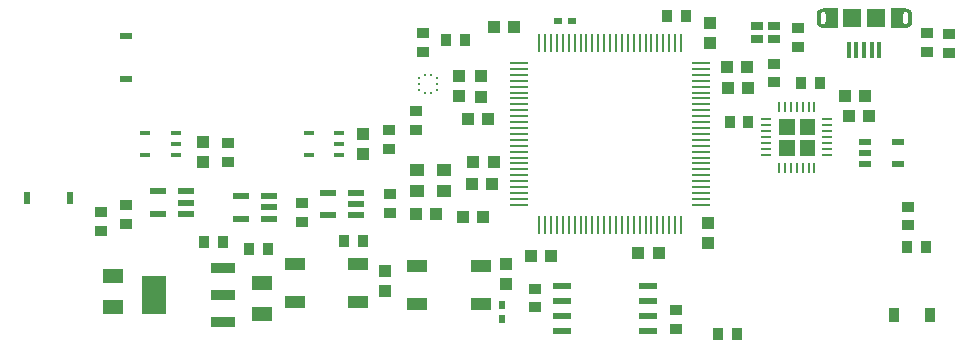
<source format=gbr>
%TF.GenerationSoftware,KiCad,Pcbnew,(6.0.10)*%
%TF.CreationDate,2023-02-02T13:34:45-07:00*%
%TF.ProjectId,Flight-Computer-Lite,466c6967-6874-42d4-936f-6d7075746572,rev?*%
%TF.SameCoordinates,Original*%
%TF.FileFunction,Paste,Top*%
%TF.FilePolarity,Positive*%
%FSLAX46Y46*%
G04 Gerber Fmt 4.6, Leading zero omitted, Abs format (unit mm)*
G04 Created by KiCad (PCBNEW (6.0.10)) date 2023-02-02 13:34:45*
%MOMM*%
%LPD*%
G01*
G04 APERTURE LIST*
%ADD10C,0.000100*%
%ADD11C,0.010000*%
%ADD12R,0.965200X1.295400*%
%ADD13R,1.700000X0.990600*%
%ADD14R,0.952500X0.406400*%
%ADD15R,1.100000X1.000000*%
%ADD16R,1.020000X0.940000*%
%ADD17R,1.000000X0.800000*%
%ADD18R,0.609600X0.685800*%
%ADD19R,1.041400X0.584200*%
%ADD20R,1.778000X1.270000*%
%ADD21R,1.300000X1.100000*%
%ADD22R,1.000000X1.100000*%
%ADD23R,0.584200X1.041400*%
%ADD24R,0.685800X0.609600*%
%ADD25R,0.940000X1.020000*%
%ADD26R,1.524000X0.558800*%
%ADD27R,0.400000X1.350000*%
%ADD28R,1.500000X1.550000*%
%ADD29R,0.900000X0.254000*%
%ADD30R,0.254000X0.900000*%
%ADD31R,0.979300X0.558800*%
%ADD32R,1.560000X0.280000*%
%ADD33R,0.280000X1.560000*%
%ADD34R,1.320800X0.558800*%
%ADD35R,2.150000X0.950000*%
%ADD36R,2.150000X3.250000*%
%ADD37R,0.250000X0.275000*%
%ADD38R,0.275000X0.250000*%
G04 APERTURE END LIST*
D10*
%TO.C,P3*%
X226232600Y-83104700D02*
X226232600Y-82934700D01*
X219232600Y-81564700D02*
X219232600Y-81734700D01*
G36*
X226258600Y-81560700D02*
G01*
X226284600Y-81562700D01*
X226310600Y-81565700D01*
X226336600Y-81570700D01*
X226361600Y-81576700D01*
X226387600Y-81583700D01*
X226411600Y-81592700D01*
X226435600Y-81602700D01*
X226459600Y-81613700D01*
X226482600Y-81626700D01*
X226526600Y-81654700D01*
X226547600Y-81670700D01*
X226567600Y-81687700D01*
X226586600Y-81705700D01*
X226604600Y-81724700D01*
X226621600Y-81744700D01*
X226637600Y-81765700D01*
X226665600Y-81809700D01*
X226678600Y-81832700D01*
X226689600Y-81856700D01*
X226699600Y-81880700D01*
X226708600Y-81904700D01*
X226715600Y-81930700D01*
X226721600Y-81955700D01*
X226726600Y-81981700D01*
X226729600Y-82007700D01*
X226731600Y-82033700D01*
X226732600Y-82059700D01*
X226732600Y-82609700D01*
X226731600Y-82635700D01*
X226729600Y-82661700D01*
X226726600Y-82687700D01*
X226721600Y-82713700D01*
X226715600Y-82738700D01*
X226708600Y-82764700D01*
X226699600Y-82788700D01*
X226689600Y-82812700D01*
X226678600Y-82836700D01*
X226665600Y-82859700D01*
X226637600Y-82903700D01*
X226621600Y-82924700D01*
X226604600Y-82944700D01*
X226586600Y-82963700D01*
X226567600Y-82981700D01*
X226547600Y-82998700D01*
X226526600Y-83014700D01*
X226482600Y-83042700D01*
X226459600Y-83055700D01*
X226435600Y-83066700D01*
X226411600Y-83076700D01*
X226387600Y-83085700D01*
X226361600Y-83092700D01*
X226336600Y-83098700D01*
X226310600Y-83103700D01*
X226284600Y-83106700D01*
X226258600Y-83108700D01*
X226232600Y-83109700D01*
X226232600Y-82909700D01*
X226245600Y-82909700D01*
X226258600Y-82908700D01*
X226284600Y-82904700D01*
X226297600Y-82900700D01*
X226309600Y-82897700D01*
X226322600Y-82892700D01*
X226334600Y-82887700D01*
X226345600Y-82882700D01*
X226357600Y-82876700D01*
X226368600Y-82869700D01*
X226379600Y-82861700D01*
X226399600Y-82845700D01*
X226409600Y-82836700D01*
X226418600Y-82826700D01*
X226434600Y-82806700D01*
X226442600Y-82795700D01*
X226449600Y-82784700D01*
X226455600Y-82772700D01*
X226460600Y-82761700D01*
X226465600Y-82749700D01*
X226470600Y-82736700D01*
X226473600Y-82724700D01*
X226477600Y-82711700D01*
X226481600Y-82685700D01*
X226482600Y-82672700D01*
X226482600Y-81996700D01*
X226481600Y-81983700D01*
X226477600Y-81957700D01*
X226473600Y-81944700D01*
X226470600Y-81932700D01*
X226465600Y-81919700D01*
X226460600Y-81907700D01*
X226455600Y-81896700D01*
X226449600Y-81884700D01*
X226442600Y-81873700D01*
X226434600Y-81862700D01*
X226418600Y-81842700D01*
X226409600Y-81832700D01*
X226399600Y-81823700D01*
X226379600Y-81807700D01*
X226368600Y-81799700D01*
X226357600Y-81792700D01*
X226345600Y-81786700D01*
X226334600Y-81781700D01*
X226322600Y-81776700D01*
X226309600Y-81771700D01*
X226297600Y-81768700D01*
X226284600Y-81764700D01*
X226258600Y-81760700D01*
X226245600Y-81759700D01*
X226232600Y-81759700D01*
X226232600Y-81559700D01*
X226258600Y-81560700D01*
G37*
X226258600Y-81560700D02*
X226284600Y-81562700D01*
X226310600Y-81565700D01*
X226336600Y-81570700D01*
X226361600Y-81576700D01*
X226387600Y-81583700D01*
X226411600Y-81592700D01*
X226435600Y-81602700D01*
X226459600Y-81613700D01*
X226482600Y-81626700D01*
X226526600Y-81654700D01*
X226547600Y-81670700D01*
X226567600Y-81687700D01*
X226586600Y-81705700D01*
X226604600Y-81724700D01*
X226621600Y-81744700D01*
X226637600Y-81765700D01*
X226665600Y-81809700D01*
X226678600Y-81832700D01*
X226689600Y-81856700D01*
X226699600Y-81880700D01*
X226708600Y-81904700D01*
X226715600Y-81930700D01*
X226721600Y-81955700D01*
X226726600Y-81981700D01*
X226729600Y-82007700D01*
X226731600Y-82033700D01*
X226732600Y-82059700D01*
X226732600Y-82609700D01*
X226731600Y-82635700D01*
X226729600Y-82661700D01*
X226726600Y-82687700D01*
X226721600Y-82713700D01*
X226715600Y-82738700D01*
X226708600Y-82764700D01*
X226699600Y-82788700D01*
X226689600Y-82812700D01*
X226678600Y-82836700D01*
X226665600Y-82859700D01*
X226637600Y-82903700D01*
X226621600Y-82924700D01*
X226604600Y-82944700D01*
X226586600Y-82963700D01*
X226567600Y-82981700D01*
X226547600Y-82998700D01*
X226526600Y-83014700D01*
X226482600Y-83042700D01*
X226459600Y-83055700D01*
X226435600Y-83066700D01*
X226411600Y-83076700D01*
X226387600Y-83085700D01*
X226361600Y-83092700D01*
X226336600Y-83098700D01*
X226310600Y-83103700D01*
X226284600Y-83106700D01*
X226258600Y-83108700D01*
X226232600Y-83109700D01*
X226232600Y-82909700D01*
X226245600Y-82909700D01*
X226258600Y-82908700D01*
X226284600Y-82904700D01*
X226297600Y-82900700D01*
X226309600Y-82897700D01*
X226322600Y-82892700D01*
X226334600Y-82887700D01*
X226345600Y-82882700D01*
X226357600Y-82876700D01*
X226368600Y-82869700D01*
X226379600Y-82861700D01*
X226399600Y-82845700D01*
X226409600Y-82836700D01*
X226418600Y-82826700D01*
X226434600Y-82806700D01*
X226442600Y-82795700D01*
X226449600Y-82784700D01*
X226455600Y-82772700D01*
X226460600Y-82761700D01*
X226465600Y-82749700D01*
X226470600Y-82736700D01*
X226473600Y-82724700D01*
X226477600Y-82711700D01*
X226481600Y-82685700D01*
X226482600Y-82672700D01*
X226482600Y-81996700D01*
X226481600Y-81983700D01*
X226477600Y-81957700D01*
X226473600Y-81944700D01*
X226470600Y-81932700D01*
X226465600Y-81919700D01*
X226460600Y-81907700D01*
X226455600Y-81896700D01*
X226449600Y-81884700D01*
X226442600Y-81873700D01*
X226434600Y-81862700D01*
X226418600Y-81842700D01*
X226409600Y-81832700D01*
X226399600Y-81823700D01*
X226379600Y-81807700D01*
X226368600Y-81799700D01*
X226357600Y-81792700D01*
X226345600Y-81786700D01*
X226334600Y-81781700D01*
X226322600Y-81776700D01*
X226309600Y-81771700D01*
X226297600Y-81768700D01*
X226284600Y-81764700D01*
X226258600Y-81760700D01*
X226245600Y-81759700D01*
X226232600Y-81759700D01*
X226232600Y-81559700D01*
X226258600Y-81560700D01*
G36*
X226232600Y-81759700D02*
G01*
X226219600Y-81759700D01*
X226206600Y-81760700D01*
X226180600Y-81764700D01*
X226167600Y-81768700D01*
X226155600Y-81771700D01*
X226142600Y-81776700D01*
X226130600Y-81781700D01*
X226119600Y-81786700D01*
X226107600Y-81792700D01*
X226096600Y-81799700D01*
X226085600Y-81807700D01*
X226065600Y-81823700D01*
X226055600Y-81832700D01*
X226046600Y-81842700D01*
X226030600Y-81862700D01*
X226022600Y-81873700D01*
X226015600Y-81884700D01*
X226009600Y-81896700D01*
X226004600Y-81907700D01*
X225999600Y-81919700D01*
X225994600Y-81932700D01*
X225991600Y-81944700D01*
X225987600Y-81957700D01*
X225983600Y-81983700D01*
X225982600Y-81996700D01*
X225982600Y-82672700D01*
X225983600Y-82685700D01*
X225987600Y-82711700D01*
X225991600Y-82724700D01*
X225994600Y-82736700D01*
X225999600Y-82749700D01*
X226004600Y-82761700D01*
X226009600Y-82772700D01*
X226015600Y-82784700D01*
X226022600Y-82795700D01*
X226030600Y-82806700D01*
X226046600Y-82826700D01*
X226055600Y-82836700D01*
X226065600Y-82845700D01*
X226085600Y-82861700D01*
X226096600Y-82869700D01*
X226107600Y-82876700D01*
X226119600Y-82882700D01*
X226130600Y-82887700D01*
X226142600Y-82892700D01*
X226155600Y-82897700D01*
X226167600Y-82900700D01*
X226180600Y-82904700D01*
X226206600Y-82908700D01*
X226219600Y-82909700D01*
X226232600Y-82909700D01*
X226232600Y-83109700D01*
X225032600Y-83109700D01*
X225032600Y-81559700D01*
X226232600Y-81559700D01*
X226232600Y-81759700D01*
G37*
X226232600Y-81759700D02*
X226219600Y-81759700D01*
X226206600Y-81760700D01*
X226180600Y-81764700D01*
X226167600Y-81768700D01*
X226155600Y-81771700D01*
X226142600Y-81776700D01*
X226130600Y-81781700D01*
X226119600Y-81786700D01*
X226107600Y-81792700D01*
X226096600Y-81799700D01*
X226085600Y-81807700D01*
X226065600Y-81823700D01*
X226055600Y-81832700D01*
X226046600Y-81842700D01*
X226030600Y-81862700D01*
X226022600Y-81873700D01*
X226015600Y-81884700D01*
X226009600Y-81896700D01*
X226004600Y-81907700D01*
X225999600Y-81919700D01*
X225994600Y-81932700D01*
X225991600Y-81944700D01*
X225987600Y-81957700D01*
X225983600Y-81983700D01*
X225982600Y-81996700D01*
X225982600Y-82672700D01*
X225983600Y-82685700D01*
X225987600Y-82711700D01*
X225991600Y-82724700D01*
X225994600Y-82736700D01*
X225999600Y-82749700D01*
X226004600Y-82761700D01*
X226009600Y-82772700D01*
X226015600Y-82784700D01*
X226022600Y-82795700D01*
X226030600Y-82806700D01*
X226046600Y-82826700D01*
X226055600Y-82836700D01*
X226065600Y-82845700D01*
X226085600Y-82861700D01*
X226096600Y-82869700D01*
X226107600Y-82876700D01*
X226119600Y-82882700D01*
X226130600Y-82887700D01*
X226142600Y-82892700D01*
X226155600Y-82897700D01*
X226167600Y-82900700D01*
X226180600Y-82904700D01*
X226206600Y-82908700D01*
X226219600Y-82909700D01*
X226232600Y-82909700D01*
X226232600Y-83109700D01*
X225032600Y-83109700D01*
X225032600Y-81559700D01*
X226232600Y-81559700D01*
X226232600Y-81759700D01*
G36*
X219232600Y-81759700D02*
G01*
X219219600Y-81759700D01*
X219206600Y-81760700D01*
X219180600Y-81764700D01*
X219167600Y-81768700D01*
X219155600Y-81771700D01*
X219142600Y-81776700D01*
X219130600Y-81781700D01*
X219119600Y-81786700D01*
X219107600Y-81792700D01*
X219096600Y-81799700D01*
X219085600Y-81807700D01*
X219065600Y-81823700D01*
X219055600Y-81832700D01*
X219046600Y-81842700D01*
X219030600Y-81862700D01*
X219022600Y-81873700D01*
X219015600Y-81884700D01*
X219009600Y-81896700D01*
X219004600Y-81907700D01*
X218999600Y-81919700D01*
X218994600Y-81932700D01*
X218991600Y-81944700D01*
X218987600Y-81957700D01*
X218983600Y-81983700D01*
X218982600Y-81996700D01*
X218982600Y-82672700D01*
X218983600Y-82685700D01*
X218987600Y-82711700D01*
X218991600Y-82724700D01*
X218994600Y-82736700D01*
X218999600Y-82749700D01*
X219004600Y-82761700D01*
X219009600Y-82772700D01*
X219015600Y-82784700D01*
X219022600Y-82795700D01*
X219030600Y-82806700D01*
X219046600Y-82826700D01*
X219055600Y-82836700D01*
X219065600Y-82845700D01*
X219085600Y-82861700D01*
X219096600Y-82869700D01*
X219107600Y-82876700D01*
X219119600Y-82882700D01*
X219130600Y-82887700D01*
X219142600Y-82892700D01*
X219155600Y-82897700D01*
X219167600Y-82900700D01*
X219180600Y-82904700D01*
X219206600Y-82908700D01*
X219219600Y-82909700D01*
X219232600Y-82909700D01*
X219232600Y-83109700D01*
X219206600Y-83108700D01*
X219180600Y-83106700D01*
X219154600Y-83103700D01*
X219128600Y-83098700D01*
X219103600Y-83092700D01*
X219077600Y-83085700D01*
X219053600Y-83076700D01*
X219029600Y-83066700D01*
X219005600Y-83055700D01*
X218982600Y-83042700D01*
X218938600Y-83014700D01*
X218917600Y-82998700D01*
X218897600Y-82981700D01*
X218878600Y-82963700D01*
X218860600Y-82944700D01*
X218843600Y-82924700D01*
X218827600Y-82903700D01*
X218799600Y-82859700D01*
X218786600Y-82836700D01*
X218775600Y-82812700D01*
X218765600Y-82788700D01*
X218756600Y-82764700D01*
X218749600Y-82738700D01*
X218743600Y-82713700D01*
X218738600Y-82687700D01*
X218735600Y-82661700D01*
X218733600Y-82635700D01*
X218732600Y-82609700D01*
X218732600Y-82059700D01*
X218733600Y-82033700D01*
X218735600Y-82007700D01*
X218738600Y-81981700D01*
X218743600Y-81955700D01*
X218749600Y-81930700D01*
X218756600Y-81904700D01*
X218765600Y-81880700D01*
X218775600Y-81856700D01*
X218786600Y-81832700D01*
X218799600Y-81809700D01*
X218827600Y-81765700D01*
X218843600Y-81744700D01*
X218860600Y-81724700D01*
X218878600Y-81705700D01*
X218897600Y-81687700D01*
X218917600Y-81670700D01*
X218938600Y-81654700D01*
X218982600Y-81626700D01*
X219005600Y-81613700D01*
X219029600Y-81602700D01*
X219053600Y-81592700D01*
X219077600Y-81583700D01*
X219103600Y-81576700D01*
X219128600Y-81570700D01*
X219154600Y-81565700D01*
X219180600Y-81562700D01*
X219206600Y-81560700D01*
X219232600Y-81559700D01*
X219232600Y-81759700D01*
G37*
X219232600Y-81759700D02*
X219219600Y-81759700D01*
X219206600Y-81760700D01*
X219180600Y-81764700D01*
X219167600Y-81768700D01*
X219155600Y-81771700D01*
X219142600Y-81776700D01*
X219130600Y-81781700D01*
X219119600Y-81786700D01*
X219107600Y-81792700D01*
X219096600Y-81799700D01*
X219085600Y-81807700D01*
X219065600Y-81823700D01*
X219055600Y-81832700D01*
X219046600Y-81842700D01*
X219030600Y-81862700D01*
X219022600Y-81873700D01*
X219015600Y-81884700D01*
X219009600Y-81896700D01*
X219004600Y-81907700D01*
X218999600Y-81919700D01*
X218994600Y-81932700D01*
X218991600Y-81944700D01*
X218987600Y-81957700D01*
X218983600Y-81983700D01*
X218982600Y-81996700D01*
X218982600Y-82672700D01*
X218983600Y-82685700D01*
X218987600Y-82711700D01*
X218991600Y-82724700D01*
X218994600Y-82736700D01*
X218999600Y-82749700D01*
X219004600Y-82761700D01*
X219009600Y-82772700D01*
X219015600Y-82784700D01*
X219022600Y-82795700D01*
X219030600Y-82806700D01*
X219046600Y-82826700D01*
X219055600Y-82836700D01*
X219065600Y-82845700D01*
X219085600Y-82861700D01*
X219096600Y-82869700D01*
X219107600Y-82876700D01*
X219119600Y-82882700D01*
X219130600Y-82887700D01*
X219142600Y-82892700D01*
X219155600Y-82897700D01*
X219167600Y-82900700D01*
X219180600Y-82904700D01*
X219206600Y-82908700D01*
X219219600Y-82909700D01*
X219232600Y-82909700D01*
X219232600Y-83109700D01*
X219206600Y-83108700D01*
X219180600Y-83106700D01*
X219154600Y-83103700D01*
X219128600Y-83098700D01*
X219103600Y-83092700D01*
X219077600Y-83085700D01*
X219053600Y-83076700D01*
X219029600Y-83066700D01*
X219005600Y-83055700D01*
X218982600Y-83042700D01*
X218938600Y-83014700D01*
X218917600Y-82998700D01*
X218897600Y-82981700D01*
X218878600Y-82963700D01*
X218860600Y-82944700D01*
X218843600Y-82924700D01*
X218827600Y-82903700D01*
X218799600Y-82859700D01*
X218786600Y-82836700D01*
X218775600Y-82812700D01*
X218765600Y-82788700D01*
X218756600Y-82764700D01*
X218749600Y-82738700D01*
X218743600Y-82713700D01*
X218738600Y-82687700D01*
X218735600Y-82661700D01*
X218733600Y-82635700D01*
X218732600Y-82609700D01*
X218732600Y-82059700D01*
X218733600Y-82033700D01*
X218735600Y-82007700D01*
X218738600Y-81981700D01*
X218743600Y-81955700D01*
X218749600Y-81930700D01*
X218756600Y-81904700D01*
X218765600Y-81880700D01*
X218775600Y-81856700D01*
X218786600Y-81832700D01*
X218799600Y-81809700D01*
X218827600Y-81765700D01*
X218843600Y-81744700D01*
X218860600Y-81724700D01*
X218878600Y-81705700D01*
X218897600Y-81687700D01*
X218917600Y-81670700D01*
X218938600Y-81654700D01*
X218982600Y-81626700D01*
X219005600Y-81613700D01*
X219029600Y-81602700D01*
X219053600Y-81592700D01*
X219077600Y-81583700D01*
X219103600Y-81576700D01*
X219128600Y-81570700D01*
X219154600Y-81565700D01*
X219180600Y-81562700D01*
X219206600Y-81560700D01*
X219232600Y-81559700D01*
X219232600Y-81759700D01*
G36*
X220432600Y-83109700D02*
G01*
X219232600Y-83109700D01*
X219232600Y-82909700D01*
X219245600Y-82909700D01*
X219258600Y-82908700D01*
X219284600Y-82904700D01*
X219297600Y-82900700D01*
X219309600Y-82897700D01*
X219322600Y-82892700D01*
X219334600Y-82887700D01*
X219345600Y-82882700D01*
X219357600Y-82876700D01*
X219368600Y-82869700D01*
X219379600Y-82861700D01*
X219399600Y-82845700D01*
X219409600Y-82836700D01*
X219418600Y-82826700D01*
X219434600Y-82806700D01*
X219442600Y-82795700D01*
X219449600Y-82784700D01*
X219455600Y-82772700D01*
X219460600Y-82761700D01*
X219465600Y-82749700D01*
X219470600Y-82736700D01*
X219473600Y-82724700D01*
X219477600Y-82711700D01*
X219481600Y-82685700D01*
X219482600Y-82672700D01*
X219482600Y-81996700D01*
X219481600Y-81983700D01*
X219477600Y-81957700D01*
X219473600Y-81944700D01*
X219470600Y-81932700D01*
X219465600Y-81919700D01*
X219460600Y-81907700D01*
X219455600Y-81896700D01*
X219449600Y-81884700D01*
X219442600Y-81873700D01*
X219434600Y-81862700D01*
X219418600Y-81842700D01*
X219409600Y-81832700D01*
X219399600Y-81823700D01*
X219379600Y-81807700D01*
X219368600Y-81799700D01*
X219357600Y-81792700D01*
X219345600Y-81786700D01*
X219334600Y-81781700D01*
X219322600Y-81776700D01*
X219309600Y-81771700D01*
X219297600Y-81768700D01*
X219284600Y-81764700D01*
X219258600Y-81760700D01*
X219245600Y-81759700D01*
X219232600Y-81759700D01*
X219232600Y-81559700D01*
X220432600Y-81559700D01*
X220432600Y-83109700D01*
G37*
X220432600Y-83109700D02*
X219232600Y-83109700D01*
X219232600Y-82909700D01*
X219245600Y-82909700D01*
X219258600Y-82908700D01*
X219284600Y-82904700D01*
X219297600Y-82900700D01*
X219309600Y-82897700D01*
X219322600Y-82892700D01*
X219334600Y-82887700D01*
X219345600Y-82882700D01*
X219357600Y-82876700D01*
X219368600Y-82869700D01*
X219379600Y-82861700D01*
X219399600Y-82845700D01*
X219409600Y-82836700D01*
X219418600Y-82826700D01*
X219434600Y-82806700D01*
X219442600Y-82795700D01*
X219449600Y-82784700D01*
X219455600Y-82772700D01*
X219460600Y-82761700D01*
X219465600Y-82749700D01*
X219470600Y-82736700D01*
X219473600Y-82724700D01*
X219477600Y-82711700D01*
X219481600Y-82685700D01*
X219482600Y-82672700D01*
X219482600Y-81996700D01*
X219481600Y-81983700D01*
X219477600Y-81957700D01*
X219473600Y-81944700D01*
X219470600Y-81932700D01*
X219465600Y-81919700D01*
X219460600Y-81907700D01*
X219455600Y-81896700D01*
X219449600Y-81884700D01*
X219442600Y-81873700D01*
X219434600Y-81862700D01*
X219418600Y-81842700D01*
X219409600Y-81832700D01*
X219399600Y-81823700D01*
X219379600Y-81807700D01*
X219368600Y-81799700D01*
X219357600Y-81792700D01*
X219345600Y-81786700D01*
X219334600Y-81781700D01*
X219322600Y-81776700D01*
X219309600Y-81771700D01*
X219297600Y-81768700D01*
X219284600Y-81764700D01*
X219258600Y-81760700D01*
X219245600Y-81759700D01*
X219232600Y-81759700D01*
X219232600Y-81559700D01*
X220432600Y-81559700D01*
X220432600Y-83109700D01*
%TO.C,U4*%
G36*
X216792544Y-92206000D02*
G01*
X215543000Y-92206000D01*
X215543000Y-90953270D01*
X216792544Y-90953270D01*
X216792544Y-92206000D01*
G37*
D11*
X216792544Y-92206000D02*
X215543000Y-92206000D01*
X215543000Y-90953270D01*
X216792544Y-90953270D01*
X216792544Y-92206000D01*
G36*
X218545520Y-92206000D02*
G01*
X217293000Y-92206000D01*
X217293000Y-90953480D01*
X218545520Y-90953480D01*
X218545520Y-92206000D01*
G37*
X218545520Y-92206000D02*
X217293000Y-92206000D01*
X217293000Y-90953480D01*
X218545520Y-90953480D01*
X218545520Y-92206000D01*
G36*
X216792938Y-93956000D02*
G01*
X215543000Y-93956000D01*
X215543000Y-92706062D01*
X216792938Y-92706062D01*
X216792938Y-93956000D01*
G37*
X216792938Y-93956000D02*
X215543000Y-93956000D01*
X215543000Y-92706062D01*
X216792938Y-92706062D01*
X216792938Y-93956000D01*
G36*
X218545480Y-93956000D02*
G01*
X217293000Y-93956000D01*
X217293000Y-92706413D01*
X218545480Y-92706413D01*
X218545480Y-93956000D01*
G37*
X218545480Y-93956000D02*
X217293000Y-93956000D01*
X217293000Y-92706413D01*
X218545480Y-92706413D01*
X218545480Y-93956000D01*
%TD*%
D12*
%TO.C,D4*%
X228371400Y-107543600D03*
X225323400Y-107543600D03*
%TD*%
D13*
%TO.C,B1*%
X190304400Y-106578199D03*
X184904400Y-106578199D03*
X190304400Y-103378201D03*
X184904400Y-103378201D03*
%TD*%
D14*
%TO.C,Q1*%
X164451350Y-93975001D03*
X164451350Y-93025000D03*
X164451350Y-92074999D03*
X161898650Y-92074999D03*
X161898650Y-93975001D03*
%TD*%
D15*
%TO.C,C2*%
X190892800Y-90881200D03*
X189192800Y-90881200D03*
%TD*%
D16*
%TO.C,R8*%
X228117400Y-83665000D03*
X228117400Y-85245000D03*
%TD*%
%TO.C,R16*%
X160223200Y-98219200D03*
X160223200Y-99799200D03*
%TD*%
D17*
%TO.C,D1*%
X213651400Y-83041400D03*
X215151400Y-83041400D03*
X215151400Y-84141400D03*
X213651400Y-84141400D03*
%TD*%
D18*
%TO.C,J1*%
X192125600Y-107823000D03*
X192125600Y-106705400D03*
%TD*%
D19*
%TO.C,D2*%
X160274000Y-87566500D03*
X160274000Y-83883500D03*
%TD*%
D20*
%TO.C,C13*%
X171805600Y-104825800D03*
X171805600Y-107467400D03*
%TD*%
D15*
%TO.C,C8*%
X191225000Y-96450000D03*
X189525000Y-96450000D03*
%TD*%
D21*
%TO.C,Y1*%
X184875000Y-97025000D03*
X187175000Y-97025000D03*
X187175000Y-95225000D03*
X184875000Y-95225000D03*
%TD*%
D15*
%TO.C,C14*%
X189675000Y-94550000D03*
X191375000Y-94550000D03*
%TD*%
%TO.C,C9*%
X190500000Y-99175000D03*
X188800000Y-99175000D03*
%TD*%
D22*
%TO.C,C3*%
X192405000Y-103163000D03*
X192405000Y-104863000D03*
%TD*%
D15*
%TO.C,C18*%
X221450800Y-90652600D03*
X223150800Y-90652600D03*
%TD*%
%TO.C,C6*%
X211138400Y-86512400D03*
X212838400Y-86512400D03*
%TD*%
D23*
%TO.C,D3*%
X155536900Y-97612200D03*
X151853900Y-97612200D03*
%TD*%
D24*
%TO.C,J2*%
X196875400Y-82626200D03*
X197993000Y-82626200D03*
%TD*%
D16*
%TO.C,R2*%
X215138000Y-87810400D03*
X215138000Y-86230400D03*
%TD*%
%TO.C,R4*%
X226441000Y-98346200D03*
X226441000Y-99926200D03*
%TD*%
%TO.C,R9*%
X229920800Y-83741200D03*
X229920800Y-85321200D03*
%TD*%
D25*
%TO.C,R17*%
X187373200Y-84226400D03*
X188953200Y-84226400D03*
%TD*%
D26*
%TO.C,U3*%
X197142100Y-105079800D03*
X197142100Y-106349800D03*
X197142100Y-107619800D03*
X197142100Y-108889800D03*
X204431900Y-108889800D03*
X204431900Y-107619800D03*
X204431900Y-106349800D03*
X204431900Y-105079800D03*
%TD*%
D25*
%TO.C,R23*%
X170710800Y-101904800D03*
X172290800Y-101904800D03*
%TD*%
D16*
%TO.C,R19*%
X168859200Y-92936000D03*
X168859200Y-94516000D03*
%TD*%
D27*
%TO.C,P3*%
X224032600Y-85034700D03*
X223382600Y-85034700D03*
X222732600Y-85034700D03*
X222082600Y-85034700D03*
X221432600Y-85034700D03*
D28*
X221732600Y-82334700D03*
X223732600Y-82334700D03*
%TD*%
D25*
%TO.C,R3*%
X207673000Y-82169000D03*
X206093000Y-82169000D03*
%TD*%
D15*
%TO.C,C17*%
X221095200Y-88950800D03*
X222795200Y-88950800D03*
%TD*%
D22*
%TO.C,C19*%
X166750000Y-94550000D03*
X166750000Y-92850000D03*
%TD*%
D16*
%TO.C,R10*%
X206806800Y-108663800D03*
X206806800Y-107083800D03*
%TD*%
D29*
%TO.C,U4*%
X219633000Y-93956000D03*
X219633000Y-93456000D03*
X219633000Y-92956000D03*
X219633000Y-92456000D03*
X219633000Y-91956000D03*
X219633000Y-91456000D03*
X219633000Y-90956000D03*
D30*
X218543000Y-89866000D03*
X218043000Y-89866000D03*
X217543000Y-89866000D03*
X217043000Y-89866000D03*
X216543000Y-89866000D03*
X216043000Y-89866000D03*
X215543000Y-89866000D03*
D29*
X214453000Y-90956000D03*
X214453000Y-91456000D03*
X214453000Y-91956000D03*
X214453000Y-92456000D03*
X214453000Y-92956000D03*
X214453000Y-93456000D03*
X214453000Y-93956000D03*
D30*
X215543000Y-95046000D03*
X216043000Y-95046000D03*
X216543000Y-95046000D03*
X217043000Y-95046000D03*
X217543000Y-95046000D03*
X218043000Y-95046000D03*
X218543000Y-95046000D03*
%TD*%
D25*
%TO.C,R12*%
X217446800Y-87884000D03*
X219026800Y-87884000D03*
%TD*%
D31*
%TO.C,D5*%
X222846605Y-92852199D03*
X222846605Y-93802200D03*
X222846605Y-94752201D03*
X225578501Y-94752201D03*
X225578501Y-92852199D03*
%TD*%
D22*
%TO.C,C22*%
X188493400Y-87288000D03*
X188493400Y-88988000D03*
%TD*%
D32*
%TO.C,U1*%
X193564200Y-86176600D03*
X193564200Y-86676600D03*
X193564200Y-87176600D03*
X193564200Y-87676600D03*
X193564200Y-88176600D03*
X193564200Y-88676600D03*
X193564200Y-89176600D03*
X193564200Y-89676600D03*
X193564200Y-90176600D03*
X193564200Y-90676600D03*
X193564200Y-91176600D03*
X193564200Y-91676600D03*
X193564200Y-92176600D03*
X193564200Y-92676600D03*
X193564200Y-93176600D03*
X193564200Y-93676600D03*
X193564200Y-94176600D03*
X193564200Y-94676600D03*
X193564200Y-95176600D03*
X193564200Y-95676600D03*
X193564200Y-96176600D03*
X193564200Y-96676600D03*
X193564200Y-97176600D03*
X193564200Y-97676600D03*
X193564200Y-98176600D03*
D33*
X195244200Y-99856600D03*
X195744200Y-99856600D03*
X196244200Y-99856600D03*
X196744200Y-99856600D03*
X197244200Y-99856600D03*
X197744200Y-99856600D03*
X198244200Y-99856600D03*
X198744200Y-99856600D03*
X199244200Y-99856600D03*
X199744200Y-99856600D03*
X200244200Y-99856600D03*
X200744200Y-99856600D03*
X201244200Y-99856600D03*
X201744200Y-99856600D03*
X202244200Y-99856600D03*
X202744200Y-99856600D03*
X203244200Y-99856600D03*
X203744200Y-99856600D03*
X204244200Y-99856600D03*
X204744200Y-99856600D03*
X205244200Y-99856600D03*
X205744200Y-99856600D03*
X206244200Y-99856600D03*
X206744200Y-99856600D03*
X207244200Y-99856600D03*
D32*
X208924200Y-98176600D03*
X208924200Y-97676600D03*
X208924200Y-97176600D03*
X208924200Y-96676600D03*
X208924200Y-96176600D03*
X208924200Y-95676600D03*
X208924200Y-95176600D03*
X208924200Y-94676600D03*
X208924200Y-94176600D03*
X208924200Y-93676600D03*
X208924200Y-93176600D03*
X208924200Y-92676600D03*
X208924200Y-92176600D03*
X208924200Y-91676600D03*
X208924200Y-91176600D03*
X208924200Y-90676600D03*
X208924200Y-90176600D03*
X208924200Y-89676600D03*
X208924200Y-89176600D03*
X208924200Y-88676600D03*
X208924200Y-88176600D03*
X208924200Y-87676600D03*
X208924200Y-87176600D03*
X208924200Y-86676600D03*
X208924200Y-86176600D03*
D33*
X207244200Y-84496600D03*
X206744200Y-84496600D03*
X206244200Y-84496600D03*
X205744200Y-84496600D03*
X205244200Y-84496600D03*
X204744200Y-84496600D03*
X204244200Y-84496600D03*
X203744200Y-84496600D03*
X203244200Y-84496600D03*
X202744200Y-84496600D03*
X202244200Y-84496600D03*
X201744200Y-84496600D03*
X201244200Y-84496600D03*
X200744200Y-84496600D03*
X200244200Y-84496600D03*
X199744200Y-84496600D03*
X199244200Y-84496600D03*
X198744200Y-84496600D03*
X198244200Y-84496600D03*
X197744200Y-84496600D03*
X197244200Y-84496600D03*
X196744200Y-84496600D03*
X196244200Y-84496600D03*
X195744200Y-84496600D03*
X195244200Y-84496600D03*
%TD*%
D15*
%TO.C,C11*%
X203645400Y-102285800D03*
X205345400Y-102285800D03*
%TD*%
%TO.C,C15*%
X211189200Y-88265000D03*
X212889200Y-88265000D03*
%TD*%
D25*
%TO.C,R6*%
X210411000Y-109093000D03*
X211991000Y-109093000D03*
%TD*%
D16*
%TO.C,R14*%
X158115000Y-98828800D03*
X158115000Y-100408800D03*
%TD*%
D22*
%TO.C,C4*%
X209575400Y-99734000D03*
X209575400Y-101434000D03*
%TD*%
D16*
%TO.C,R7*%
X194919600Y-105280400D03*
X194919600Y-106860400D03*
%TD*%
D20*
%TO.C,C10*%
X159181800Y-104190800D03*
X159181800Y-106832400D03*
%TD*%
D16*
%TO.C,R18*%
X185445400Y-85245000D03*
X185445400Y-83665000D03*
%TD*%
D15*
%TO.C,C12*%
X184800000Y-98950000D03*
X186500000Y-98950000D03*
%TD*%
D14*
%TO.C,Q2*%
X178326350Y-94000001D03*
X178326350Y-93050000D03*
X178326350Y-92099999D03*
X175773650Y-92099999D03*
X175773650Y-94000001D03*
%TD*%
D13*
%TO.C,B2*%
X179941200Y-106400399D03*
X174541200Y-106400399D03*
X179941200Y-103200401D03*
X174541200Y-103200401D03*
%TD*%
D15*
%TO.C,C7*%
X196252200Y-102514400D03*
X194552200Y-102514400D03*
%TD*%
D34*
%TO.C,U5*%
X165328600Y-98938401D03*
X165328600Y-97988400D03*
X165328600Y-97038399D03*
X162941000Y-97038399D03*
X162941000Y-98938401D03*
%TD*%
D35*
%TO.C,U2*%
X168457200Y-108141800D03*
D36*
X162657200Y-105841800D03*
D35*
X168457200Y-105841800D03*
X168457200Y-103541800D03*
%TD*%
D25*
%TO.C,R15*%
X168480800Y-101346000D03*
X166900800Y-101346000D03*
%TD*%
D16*
%TO.C,R20*%
X182500000Y-91860000D03*
X182500000Y-93440000D03*
%TD*%
D34*
%TO.C,U8*%
X179755800Y-99070201D03*
X179755800Y-98120200D03*
X179755800Y-97170199D03*
X177368200Y-97170199D03*
X177368200Y-99070201D03*
%TD*%
D16*
%TO.C,R11*%
X184825000Y-91815000D03*
X184825000Y-90235000D03*
%TD*%
D25*
%TO.C,R13*%
X211376200Y-91160600D03*
X212956200Y-91160600D03*
%TD*%
D34*
%TO.C,U7*%
X172364400Y-99349601D03*
X172364400Y-98399600D03*
X172364400Y-97449599D03*
X169976800Y-97449599D03*
X169976800Y-99349601D03*
%TD*%
D25*
%TO.C,R5*%
X226413000Y-101777800D03*
X227993000Y-101777800D03*
%TD*%
D22*
%TO.C,C20*%
X180300000Y-93900000D03*
X180300000Y-92200000D03*
%TD*%
D16*
%TO.C,R21*%
X175133000Y-98066800D03*
X175133000Y-99646800D03*
%TD*%
D37*
%TO.C,U6*%
X186051500Y-87197700D03*
X185551500Y-87197700D03*
D38*
X185039000Y-87460200D03*
X185039000Y-87960200D03*
X185039000Y-88460200D03*
D37*
X185551500Y-88722700D03*
X186051500Y-88722700D03*
D38*
X186564000Y-88460200D03*
X186564000Y-87960200D03*
X186564000Y-87460200D03*
%TD*%
D16*
%TO.C,R1*%
X217144600Y-84787800D03*
X217144600Y-83207800D03*
%TD*%
D25*
%TO.C,R24*%
X180317200Y-101269800D03*
X178737200Y-101269800D03*
%TD*%
D22*
%TO.C,C21*%
X190322200Y-87313400D03*
X190322200Y-89013400D03*
%TD*%
%TO.C,C1*%
X209677000Y-84466800D03*
X209677000Y-82766800D03*
%TD*%
D15*
%TO.C,C5*%
X193128000Y-83108800D03*
X191428000Y-83108800D03*
%TD*%
D22*
%TO.C,C16*%
X182168800Y-103747200D03*
X182168800Y-105447200D03*
%TD*%
D16*
%TO.C,R22*%
X182600000Y-98865000D03*
X182600000Y-97285000D03*
%TD*%
M02*

</source>
